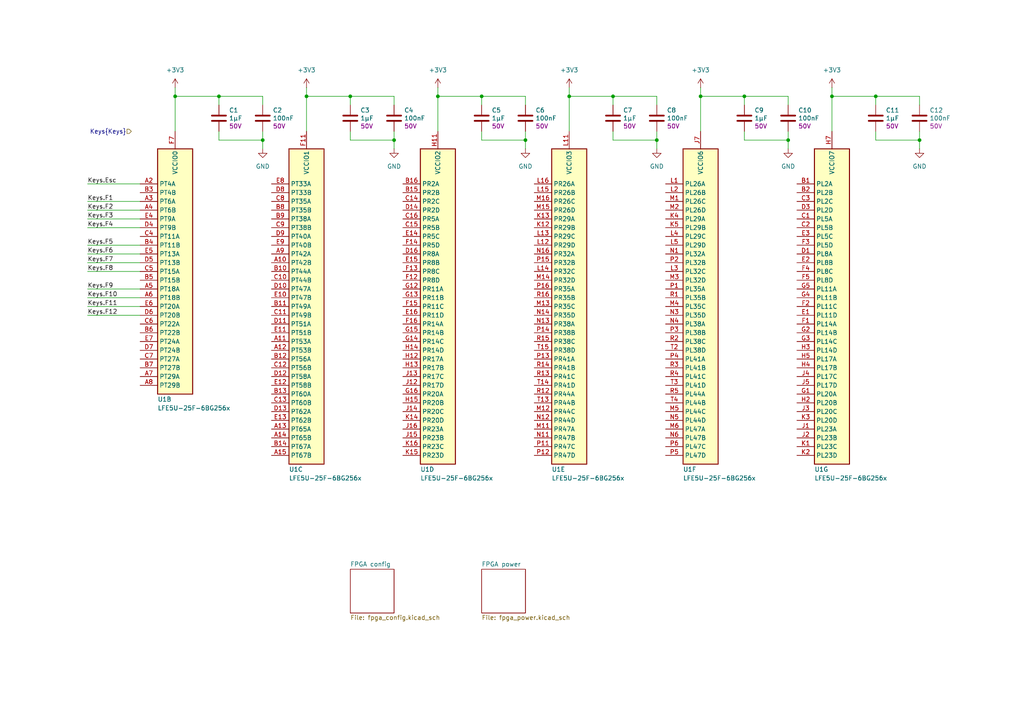
<source format=kicad_sch>
(kicad_sch (version 20250114) (generator "eeschema") (generator_version "9.0")
  (paper "A4")
  (lib_symbols
    (symbol "Device:C" (pin_numbers (hide yes)) (pin_names (offset 0.254))
      (property "Reference" "C" (at 0.635 2.54 0))
      (property "Value" "C" (at 0.635 -2.54 0))
      (symbol "C_0_1"
        (polyline (pts (xy -2.032 0.762) (xy 2.032 0.762)) (stroke (width 0.508)))
        (polyline (pts (xy -2.032 -0.762) (xy 2.032 -0.762)) (stroke (width 0.508)))
      )
      (symbol "C_1_1"
        (pin passive line (at 0 3.81 270) (length 2.794) (name "~") (number "1"))
        (pin passive line (at 0 -3.81 90) (length 2.794) (name "~") (number "2"))
      )
    )
    (symbol "clavier:LFE5U-25F-6BG256x"
      (property "Reference" "U" (at 24.13 0 0))
      (property "Value" "LFE5U-25F-6BG256x" (at 24.13 -2.54 0))
      (symbol "LFE5U-25F-6BG256x_1_1"
        (rectangle (start -25.4 10.16) (end 25.4 -10.16) (stroke (width 0.3048)) (fill (type background)))
        (pin passive line (at 0 15.24 270) (length 5.08) (hide yes) (name "VCC") (number "G6"))
        (pin passive line (at 0 15.24 270) (length 5.08) (hide yes) (name "VCC") (number "G7"))
        (pin passive line (at 0 15.24 270) (length 5.08) (hide yes) (name "VCC") (number "G9"))
        (pin power_in line (at 0 15.24 270) (length 5.08) (name "VCC") (number "L10"))
        (pin passive line (at 0 15.24 270) (length 5.08) (hide yes) (name "VCC") (number "L8"))
        (pin passive line (at 0 15.24 270) (length 5.08) (hide yes) (name "VCC") (number "L9"))
        (pin passive line (at 0 -15.24 90) (length 5.08) (hide yes) (name "GND") (number "A1"))
        (pin passive line (at 0 -15.24 90) (length 5.08) (hide yes) (name "GND") (number "A16"))
        (pin passive line (at 0 -15.24 90) (length 5.08) (hide yes) (name "GND") (number "D15"))
        (pin power_in line (at 0 -15.24 90) (length 5.08) (name "GND") (number "D2"))
        (pin passive line (at 0 -15.24 90) (length 5.08) (hide yes) (name "GND") (number "F8"))
        (pin passive line (at 0 -15.24 90) (length 5.08) (hide yes) (name "GND") (number "F9"))
        (pin passive line (at 0 -15.24 90) (length 5.08) (hide yes) (name "GND") (number "G10"))
        (pin passive line (at 0 -15.24 90) (length 5.08) (hide yes) (name "GND") (number "G8"))
        (pin passive line (at 0 -15.24 90) (length 5.08) (hide yes) (name "GND") (number "H1"))
        (pin passive line (at 0 -15.24 90) (length 5.08) (hide yes) (name "GND") (number "H10"))
        (pin passive line (at 0 -15.24 90) (length 5.08) (hide yes) (name "GND") (number "H16"))
        (pin passive line (at 0 -15.24 90) (length 5.08) (hide yes) (name "GND") (number "H8"))
        (pin passive line (at 0 -15.24 90) (length 5.08) (hide yes) (name "GND") (number "H9"))
        (pin passive line (at 0 -15.24 90) (length 5.08) (hide yes) (name "GND") (number "J10"))
        (pin passive line (at 0 -15.24 90) (length 5.08) (hide yes) (name "GND") (number "J8"))
        (pin passive line (at 0 -15.24 90) (length 5.08) (hide yes) (name "GND") (number "J9"))
        (pin passive line (at 0 -15.24 90) (length 5.08) (hide yes) (name "GND") (number "K10"))
        (pin passive line (at 0 -15.24 90) (length 5.08) (hide yes) (name "GND") (number "K6"))
        (pin passive line (at 0 -15.24 90) (length 5.08) (hide yes) (name "GND") (number "K7"))
        (pin passive line (at 0 -15.24 90) (length 5.08) (hide yes) (name "GND") (number "K8"))
        (pin passive line (at 0 -15.24 90) (length 5.08) (hide yes) (name "GND") (number "K9"))
        (pin passive line (at 0 -15.24 90) (length 5.08) (hide yes) (name "GND") (number "N15"))
        (pin passive line (at 0 -15.24 90) (length 5.08) (hide yes) (name "GND") (number "N2"))
        (pin passive line (at 0 -15.24 90) (length 5.08) (hide yes) (name "GND") (number "T1"))
        (pin passive line (at 0 -15.24 90) (length 5.08) (hide yes) (name "GND") (number "T12"))
        (pin passive line (at 0 -15.24 90) (length 5.08) (hide yes) (name "GND") (number "T16"))
        (pin passive line (at 0 -15.24 90) (length 5.08) (hide yes) (name "GND") (number "T5"))
        (pin passive line (at 12.7 15.24 270) (length 5.08) (hide yes) (name "VCCAUX") (number "G11"))
        (pin power_in line (at 12.7 15.24 270) (length 5.08) (name "VCCAUX") (number "L7"))
      )
      (symbol "LFE5U-25F-6BG256x_2_1"
        (rectangle (start -5.08 35.56) (end 5.08 -35.56) (stroke (width 0.3048)) (fill (type background)))
        (pin bidirectional line (at -10.16 25.4 0) (length 5.08) (name "PT4A") (number "A2"))
        (pin bidirectional line (at -10.16 22.86 0) (length 5.08) (name "PT4B") (number "B3"))
        (pin bidirectional line (at -10.16 20.32 0) (length 5.08) (name "PT6A") (number "A3"))
        (pin bidirectional line (at -10.16 17.78 0) (length 5.08) (name "PT6B") (number "A4"))
        (pin bidirectional line (at -10.16 15.24 0) (length 5.08) (name "PT9A") (number "E4"))
        (pin bidirectional line (at -10.16 12.7 0) (length 5.08) (name "PT9B") (number "D4"))
        (pin bidirectional line (at -10.16 10.16 0) (length 5.08) (name "PT11A") (number "C4"))
        (pin bidirectional line (at -10.16 7.62 0) (length 5.08) (name "PT11B") (number "B4"))
        (pin bidirectional line (at -10.16 5.08 0) (length 5.08) (name "PT13A") (number "E5"))
        (pin bidirectional line (at -10.16 2.54 0) (length 5.08) (name "PT13B") (number "D5"))
        (pin bidirectional line (at -10.16 0 0) (length 5.08) (name "PT15A") (number "C5"))
        (pin bidirectional line (at -10.16 -2.54 0) (length 5.08) (name "PT15B") (number "B5"))
        (pin bidirectional line (at -10.16 -5.08 0) (length 5.08) (name "PT18A") (number "A5"))
        (pin bidirectional line (at -10.16 -7.62 0) (length 5.08) (name "PT18B") (number "A6"))
        (pin bidirectional line (at -10.16 -10.16 0) (length 5.08) (name "PT20A") (number "E6"))
        (pin bidirectional line (at -10.16 -12.7 0) (length 5.08) (name "PT20B") (number "D6"))
        (pin bidirectional line (at -10.16 -15.24 0) (length 5.08) (name "PT22A") (number "C6"))
        (pin bidirectional line (at -10.16 -17.78 0) (length 5.08) (name "PT22B") (number "B6"))
        (pin bidirectional line (at -10.16 -20.32 0) (length 5.08) (name "PT24A") (number "E7"))
        (pin bidirectional line (at -10.16 -22.86 0) (length 5.08) (name "PT24B") (number "D7"))
        (pin bidirectional line (at -10.16 -25.4 0) (length 5.08) (name "PT27A") (number "C7"))
        (pin bidirectional line (at -10.16 -27.94 0) (length 5.08) (name "PT27B") (number "B7"))
        (pin bidirectional line (at -10.16 -30.48 0) (length 5.08) (name "PT29A") (number "A7"))
        (pin bidirectional line (at -10.16 -33.02 0) (length 5.08) (name "PT29B") (number "A8"))
        (pin passive line (at 0 40.64 270) (length 5.08) (hide yes) (name "VCCIO0") (number "F6"))
        (pin power_in line (at 0 40.64 270) (length 5.08) (name "VCCIO0") (number "F7"))
      )
      (symbol "LFE5U-25F-6BG256x_3_1"
        (rectangle (start -5.08 45.72) (end 5.08 -45.72) (stroke (width 0.3048)) (fill (type background)))
        (pin bidirectional line (at -10.16 35.56 0) (length 5.08) (name "PT33A") (number "E8"))
        (pin bidirectional line (at -10.16 33.02 0) (length 5.08) (name "PT33B") (number "D8"))
        (pin bidirectional line (at -10.16 30.48 0) (length 5.08) (name "PT35A") (number "C8"))
        (pin bidirectional line (at -10.16 27.94 0) (length 5.08) (name "PT35B") (number "B8"))
        (pin bidirectional line (at -10.16 25.4 0) (length 5.08) (name "PT38A") (number "B9"))
        (pin bidirectional line (at -10.16 22.86 0) (length 5.08) (name "PT38B") (number "C9"))
        (pin bidirectional line (at -10.16 20.32 0) (length 5.08) (name "PT40A") (number "D9"))
        (pin bidirectional line (at -10.16 17.78 0) (length 5.08) (name "PT40B") (number "E9"))
        (pin bidirectional line (at -10.16 15.24 0) (length 5.08) (name "PT42A") (number "A9"))
        (pin bidirectional line (at -10.16 12.7 0) (length 5.08) (name "PT42B") (number "A10"))
        (pin bidirectional line (at -10.16 10.16 0) (length 5.08) (name "PT44A") (number "B10"))
        (pin bidirectional line (at -10.16 7.62 0) (length 5.08) (name "PT44B") (number "C10"))
        (pin bidirectional line (at -10.16 5.08 0) (length 5.08) (name "PT47A") (number "D10"))
        (pin bidirectional line (at -10.16 2.54 0) (length 5.08) (name "PT47B") (number "E10"))
        (pin bidirectional line (at -10.16 0 0) (length 5.08) (name "PT49A") (number "B11"))
        (pin bidirectional line (at -10.16 -2.54 0) (length 5.08) (name "PT49B") (number "C11"))
        (pin bidirectional line (at -10.16 -5.08 0) (length 5.08) (name "PT51A") (number "D11"))
        (pin bidirectional line (at -10.16 -7.62 0) (length 5.08) (name "PT51B") (number "E11"))
        (pin bidirectional line (at -10.16 -10.16 0) (length 5.08) (name "PT53A") (number "A11"))
        (pin bidirectional line (at -10.16 -12.7 0) (length 5.08) (name "PT53B") (number "A12"))
        (pin bidirectional line (at -10.16 -15.24 0) (length 5.08) (name "PT56A") (number "B12"))
        (pin bidirectional line (at -10.16 -17.78 0) (length 5.08) (name "PT56B") (number "C12"))
        (pin bidirectional line (at -10.16 -20.32 0) (length 5.08) (name "PT58A") (number "D12"))
        (pin bidirectional line (at -10.16 -22.86 0) (length 5.08) (name "PT58B") (number "E12"))
        (pin bidirectional line (at -10.16 -25.4 0) (length 5.08) (name "PT60A") (number "B13"))
        (pin bidirectional line (at -10.16 -27.94 0) (length 5.08) (name "PT60B") (number "C13"))
        (pin bidirectional line (at -10.16 -30.48 0) (length 5.08) (name "PT62A") (number "D13"))
        (pin bidirectional line (at -10.16 -33.02 0) (length 5.08) (name "PT62B") (number "E13"))
        (pin bidirectional line (at -10.16 -35.56 0) (length 5.08) (name "PT65A") (number "A13"))
        (pin bidirectional line (at -10.16 -38.1 0) (length 5.08) (name "PT65B") (number "A14"))
        (pin bidirectional line (at -10.16 -40.64 0) (length 5.08) (name "PT67A") (number "B14"))
        (pin bidirectional line (at -10.16 -43.18 0) (length 5.08) (name "PT67B") (number "A15"))
        (pin passive line (at 0 50.8 270) (length 5.08) (hide yes) (name "VCCIO1") (number "F10"))
        (pin power_in line (at 0 50.8 270) (length 5.08) (name "VCCIO1") (number "F11"))
      )
      (symbol "LFE5U-25F-6BG256x_4_1"
        (rectangle (start -5.08 45.72) (end 5.08 -45.72) (stroke (width 0.3048)) (fill (type background)))
        (pin bidirectional line (at -10.16 35.56 0) (length 5.08) (name "PR2A") (number "B16"))
        (pin bidirectional line (at -10.16 33.02 0) (length 5.08) (name "PR2B") (number "B15"))
        (pin bidirectional line (at -10.16 30.48 0) (length 5.08) (name "PR2C") (number "C14"))
        (pin bidirectional line (at -10.16 27.94 0) (length 5.08) (name "PR2D") (number "D14"))
        (pin bidirectional line (at -10.16 25.4 0) (length 5.08) (name "PR5A") (number "C16"))
        (pin bidirectional line (at -10.16 22.86 0) (length 5.08) (name "PR5B") (number "C15"))
        (pin bidirectional line (at -10.16 20.32 0) (length 5.08) (name "PR5C") (number "E14"))
        (pin bidirectional line (at -10.16 17.78 0) (length 5.08) (name "PR5D") (number "F14"))
        (pin bidirectional line (at -10.16 15.24 0) (length 5.08) (name "PR8A") (number "D16"))
        (pin bidirectional line (at -10.16 12.7 0) (length 5.08) (name "PR8B") (number "E15"))
        (pin bidirectional line (at -10.16 10.16 0) (length 5.08) (name "PR8C") (number "F13"))
        (pin bidirectional line (at -10.16 7.62 0) (length 5.08) (name "PR8D") (number "F12"))
        (pin bidirectional line (at -10.16 5.08 0) (length 5.08) (name "PR11A") (number "G12"))
        (pin bidirectional line (at -10.16 2.54 0) (length 5.08) (name "PR11B") (number "G13"))
        (pin bidirectional line (at -10.16 0 0) (length 5.08) (name "PR11C") (number "F15"))
        (pin bidirectional line (at -10.16 -2.54 0) (length 5.08) (name "PR11D") (number "E16"))
        (pin bidirectional line (at -10.16 -5.08 0) (length 5.08) (name "PR14A") (number "F16"))
        (pin bidirectional line (at -10.16 -7.62 0) (length 5.08) (name "PR14B") (number "G15"))
        (pin bidirectional line (at -10.16 -10.16 0) (length 5.08) (name "PR14C") (number "G14"))
        (pin bidirectional line (at -10.16 -12.7 0) (length 5.08) (name "PR14D") (number "H14"))
        (pin bidirectional line (at -10.16 -15.24 0) (length 5.08) (name "PR17A") (number "H12"))
        (pin bidirectional line (at -10.16 -17.78 0) (length 5.08) (name "PR17B") (number "H13"))
        (pin bidirectional line (at -10.16 -20.32 0) (length 5.08) (name "PR17C") (number "J13"))
        (pin bidirectional line (at -10.16 -22.86 0) (length 5.08) (name "PR17D") (number "J12"))
        (pin bidirectional line (at -10.16 -25.4 0) (length 5.08) (name "PR20A") (number "G16"))
        (pin bidirectional line (at -10.16 -27.94 0) (length 5.08) (name "PR20B") (number "H15"))
        (pin bidirectional line (at -10.16 -30.48 0) (length 5.08) (name "PR20C") (number "J14"))
        (pin bidirectional line (at -10.16 -33.02 0) (length 5.08) (name "PR20D") (number "K14"))
        (pin bidirectional line (at -10.16 -35.56 0) (length 5.08) (name "PR23A") (number "J16"))
        (pin bidirectional line (at -10.16 -38.1 0) (length 5.08) (name "PR23B") (number "J15"))
        (pin bidirectional line (at -10.16 -40.64 0) (length 5.08) (name "PR23C") (number "K16"))
        (pin bidirectional line (at -10.16 -43.18 0) (length 5.08) (name "PR23D") (number "K15"))
        (pin power_in line (at 0 50.8 270) (length 5.08) (name "VCCIO2") (number "H11"))
        (pin passive line (at 0 50.8 270) (length 5.08) (hide yes) (name "VCCIO2") (number "J11"))
      )
      (symbol "LFE5U-25F-6BG256x_5_1"
        (rectangle (start -5.08 45.72) (end 5.08 -45.72) (stroke (width 0.3048)) (fill (type background)))
        (pin bidirectional line (at -10.16 35.56 0) (length 5.08) (name "PR26A") (number "L16"))
        (pin bidirectional line (at -10.16 33.02 0) (length 5.08) (name "PR26B") (number "L15"))
        (pin bidirectional line (at -10.16 30.48 0) (length 5.08) (name "PR26C") (number "M16"))
        (pin bidirectional line (at -10.16 27.94 0) (length 5.08) (name "PR26D") (number "M15"))
        (pin bidirectional line (at -10.16 25.4 0) (length 5.08) (name "PR29A") (number "K13"))
        (pin bidirectional line (at -10.16 22.86 0) (length 5.08) (name "PR29B") (number "K12"))
        (pin bidirectional line (at -10.16 20.32 0) (length 5.08) (name "PR29C") (number "L13"))
        (pin bidirectional line (at -10.16 17.78 0) (length 5.08) (name "PR29D") (number "L12"))
        (pin bidirectional line (at -10.16 15.24 0) (length 5.08) (name "PR32A") (number "N16"))
        (pin bidirectional line (at -10.16 12.7 0) (length 5.08) (name "PR32B") (number "P15"))
        (pin bidirectional line (at -10.16 10.16 0) (length 5.08) (name "PR32C") (number "L14"))
        (pin bidirectional line (at -10.16 7.62 0) (length 5.08) (name "PR32D") (number "M14"))
        (pin bidirectional line (at -10.16 5.08 0) (length 5.08) (name "PR35A") (number "P16"))
        (pin bidirectional line (at -10.16 2.54 0) (length 5.08) (name "PR35B") (number "R16"))
        (pin bidirectional line (at -10.16 0 0) (length 5.08) (name "PR35C") (number "M13"))
        (pin bidirectional line (at -10.16 -2.54 0) (length 5.08) (name "PR35D") (number "N14"))
        (pin bidirectional line (at -10.16 -5.08 0) (length 5.08) (name "PR38A") (number "N13"))
        (pin bidirectional line (at -10.16 -7.62 0) (length 5.08) (name "PR38B") (number "P14"))
        (pin bidirectional line (at -10.16 -10.16 0) (length 5.08) (name "PR38C") (number "R15"))
        (pin bidirectional line (at -10.16 -12.7 0) (length 5.08) (name "PR38D") (number "T15"))
        (pin bidirectional line (at -10.16 -15.24 0) (length 5.08) (name "PR41A") (number "P13"))
        (pin bidirectional line (at -10.16 -17.78 0) (length 5.08) (name "PR41B") (number "R14"))
        (pin bidirectional line (at -10.16 -20.32 0) (length 5.08) (name "PR41C") (number "R13"))
        (pin bidirectional line (at -10.16 -22.86 0) (length 5.08) (name "PR41D") (number "T14"))
        (pin bidirectional line (at -10.16 -25.4 0) (length 5.08) (name "PR44A") (number "R12"))
        (pin bidirectional line (at -10.16 -27.94 0) (length 5.08) (name "PR44B") (number "T13"))
        (pin bidirectional line (at -10.16 -30.48 0) (length 5.08) (name "PR44C") (number "M12"))
        (pin bidirectional line (at -10.16 -33.02 0) (length 5.08) (name "PR44D") (number "N12"))
        (pin bidirectional line (at -10.16 -35.56 0) (length 5.08) (name "PR47A") (number "M11"))
        (pin bidirectional line (at -10.16 -38.1 0) (length 5.08) (name "PR47B") (number "N11"))
        (pin bidirectional line (at -10.16 -40.64 0) (length 5.08) (name "PR47C") (number "P11"))
        (pin bidirectional line (at -10.16 -43.18 0) (length 5.08) (name "PR47D") (number "P12"))
        (pin passive line (at 0 50.8 270) (length 5.08) (hide yes) (name "VCCIO3") (number "K11"))
        (pin power_in line (at 0 50.8 270) (length 5.08) (name "VCCIO3") (number "L11"))
      )
      (symbol "LFE5U-25F-6BG256x_6_1"
        (rectangle (start -5.08 45.72) (end 5.08 -45.72) (stroke (width 0.3048)) (fill (type background)))
        (pin bidirectional line (at -10.16 35.56 0) (length 5.08) (name "PL26A") (number "L1"))
        (pin bidirectional line (at -10.16 33.02 0) (length 5.08) (name "PL26B") (number "L2"))
        (pin bidirectional line (at -10.16 30.48 0) (length 5.08) (name "PL26C") (number "M1"))
        (pin bidirectional line (at -10.16 27.94 0) (length 5.08) (name "PL26D") (number "M2"))
        (pin bidirectional line (at -10.16 25.4 0) (length 5.08) (name "PL29A") (number "K4"))
        (pin bidirectional line (at -10.16 22.86 0) (length 5.08) (name "PL29B") (number "K5"))
        (pin bidirectional line (at -10.16 20.32 0) (length 5.08) (name "PL29C") (number "L4"))
        (pin bidirectional line (at -10.16 17.78 0) (length 5.08) (name "PL29D") (number "L5"))
        (pin bidirectional line (at -10.16 15.24 0) (length 5.08) (name "PL32A") (number "N1"))
        (pin bidirectional line (at -10.16 12.7 0) (length 5.08) (name "PL32B") (number "P2"))
        (pin bidirectional line (at -10.16 10.16 0) (length 5.08) (name "PL32C") (number "L3"))
        (pin bidirectional line (at -10.16 7.62 0) (length 5.08) (name "PL32D") (number "M3"))
        (pin bidirectional line (at -10.16 5.08 0) (length 5.08) (name "PL35A") (number "P1"))
        (pin bidirectional line (at -10.16 2.54 0) (length 5.08) (name "PL35B") (number "R1"))
        (pin bidirectional line (at -10.16 0 0) (length 5.08) (name "PL35C") (number "M4"))
        (pin bidirectional line (at -10.16 -2.54 0) (length 5.08) (name "PL35D") (number "N3"))
        (pin bidirectional line (at -10.16 -5.08 0) (length 5.08) (name "PL38A") (number "N4"))
        (pin bidirectional line (at -10.16 -7.62 0) (length 5.08) (name "PL38B") (number "P3"))
        (pin bidirectional line (at -10.16 -10.16 0) (length 5.08) (name "PL38C") (number "R2"))
        (pin bidirectional line (at -10.16 -12.7 0) (length 5.08) (name "PL38D") (number "T2"))
        (pin bidirectional line (at -10.16 -15.24 0) (length 5.08) (name "PL41A") (number "P4"))
        (pin bidirectional line (at -10.16 -17.78 0) (length 5.08) (name "PL41B") (number "R3"))
        (pin bidirectional line (at -10.16 -20.32 0) (length 5.08) (name "PL41C") (number "R4"))
        (pin bidirectional line (at -10.16 -22.86 0) (length 5.08) (name "PL41D") (number "T3"))
        (pin bidirectional line (at -10.16 -25.4 0) (length 5.08) (name "PL44A") (number "R5"))
        (pin bidirectional line (at -10.16 -27.94 0) (length 5.08) (name "PL44B") (number "T4"))
        (pin bidirectional line (at -10.16 -30.48 0) (length 5.08) (name "PL44C") (number "M5"))
        (pin bidirectional line (at -10.16 -33.02 0) (length 5.08) (name "PL44D") (number "N5"))
        (pin bidirectional line (at -10.16 -35.56 0) (length 5.08) (name "PL47A") (number "M6"))
        (pin bidirectional line (at -10.16 -38.1 0) (length 5.08) (name "PL47B") (number "N6"))
        (pin bidirectional line (at -10.16 -40.64 0) (length 5.08) (name "PL47C") (number "P6"))
        (pin bidirectional line (at -10.16 -43.18 0) (length 5.08) (name "PL47D") (number "P5"))
        (pin passive line (at 0 50.8 270) (length 5.08) (hide yes) (name "VCCIO6") (number "J6"))
        (pin power_in line (at 0 50.8 270) (length 5.08) (name "VCCIO6") (number "J7"))
      )
      (symbol "LFE5U-25F-6BG256x_7_1"
        (rectangle (start -5.08 45.72) (end 5.08 -45.72) (stroke (width 0.3048)) (fill (type background)))
        (pin bidirectional line (at -10.16 35.56 0) (length 5.08) (name "PL2A") (number "B1"))
        (pin bidirectional line (at -10.16 33.02 0) (length 5.08) (name "PL2B") (number "B2"))
        (pin bidirectional line (at -10.16 30.48 0) (length 5.08) (name "PL2C") (number "C3"))
        (pin bidirectional line (at -10.16 27.94 0) (length 5.08) (name "PL2D") (number "D3"))
        (pin bidirectional line (at -10.16 25.4 0) (length 5.08) (name "PL5A") (number "C1"))
        (pin bidirectional line (at -10.16 22.86 0) (length 5.08) (name "PL5B") (number "C2"))
        (pin bidirectional line (at -10.16 20.32 0) (length 5.08) (name "PL5C") (number "E3"))
        (pin bidirectional line (at -10.16 17.78 0) (length 5.08) (name "PL5D") (number "F3"))
        (pin bidirectional line (at -10.16 15.24 0) (length 5.08) (name "PL8A") (number "D1"))
        (pin bidirectional line (at -10.16 12.7 0) (length 5.08) (name "PL8B") (number "E2"))
        (pin bidirectional line (at -10.16 10.16 0) (length 5.08) (name "PL8C") (number "F4"))
        (pin bidirectional line (at -10.16 7.62 0) (length 5.08) (name "PL8D") (number "F5"))
        (pin bidirectional line (at -10.16 5.08 0) (length 5.08) (name "PL11A") (number "G5"))
        (pin bidirectional line (at -10.16 2.54 0) (length 5.08) (name "PL11B") (number "G4"))
        (pin bidirectional line (at -10.16 0 0) (length 5.08) (name "PL11C") (number "F2"))
        (pin bidirectional line (at -10.16 -2.54 0) (length 5.08) (name "PL11D") (number "E1"))
        (pin bidirectional line (at -10.16 -5.08 0) (length 5.08) (name "PL14A") (number "F1"))
        (pin bidirectional line (at -10.16 -7.62 0) (length 5.08) (name "PL14B") (number "G2"))
        (pin bidirectional line (at -10.16 -10.16 0) (length 5.08) (name "PL14C") (number "G3"))
        (pin bidirectional line (at -10.16 -12.7 0) (length 5.08) (name "PL14D") (number "H3"))
        (pin bidirectional line (at -10.16 -15.24 0) (length 5.08) (name "PL17A") (number "H5"))
        (pin bidirectional line (at -10.16 -17.78 0) (length 5.08) (name "PL17B") (number "H4"))
        (pin bidirectional line (at -10.16 -20.32 0) (length 5.08) (name "PL17C") (number "J4"))
        (pin bidirectional line (at -10.16 -22.86 0) (length 5.08) (name "PL17D") (number "J5"))
        (pin bidirectional line (at -10.16 -25.4 0) (length 5.08) (name "PL20A") (number "G1"))
        (pin bidirectional line (at -10.16 -27.94 0) (length 5.08) (name "PL20B") (number "H2"))
        (pin bidirectional line (at -10.16 -30.48 0) (length 5.08) (name "PL20C") (number "J3"))
        (pin bidirectional line (at -10.16 -33.02 0) (length 5.08) (name "PL20D") (number "K3"))
        (pin bidirectional line (at -10.16 -35.56 0) (length 5.08) (name "PL23A") (number "J1"))
        (pin bidirectional line (at -10.16 -38.1 0) (length 5.08) (name "PL23B") (number "J2"))
        (pin bidirectional line (at -10.16 -40.64 0) (length 5.08) (name "PL23C") (number "K1"))
        (pin bidirectional line (at -10.16 -43.18 0) (length 5.08) (name "PL23D") (number "K2"))
        (pin passive line (at 0 50.8 270) (length 5.08) (hide yes) (name "VCCIO7") (number "H6"))
        (pin power_in line (at 0 50.8 270) (length 5.08) (name "VCCIO7") (number "H7"))
      )
      (symbol "LFE5U-25F-6BG256x_8_1"
        (rectangle (start -5.08 21.59) (end 5.08 -21.59) (stroke (width 0.3048)) (fill (type background)))
        (pin bidirectional line (at -10.16 11.43 0) (length 5.08) (name "PB4A") (number "T6"))
        (pin bidirectional line (at -10.16 8.89 0) (length 5.08) (name "PB4B") (number "R6"))
        (pin bidirectional line (at -10.16 6.35 0) (length 5.08) (name "PB6A") (number "R7"))
        (pin bidirectional line (at -10.16 3.81 0) (length 5.08) (name "PB6B") (number "P7"))
        (pin bidirectional line (at -10.16 1.27 0) (length 5.08) (name "PB9A") (number "N7"))
        (pin bidirectional line (at -10.16 -1.27 0) (length 5.08) (name "PB9B") (number "M7"))
        (pin bidirectional line (at -10.16 -3.81 0) (length 5.08) (name "PB11A") (number "T7"))
        (pin bidirectional line (at -10.16 -6.35 0) (length 5.08) (name "PB11B") (number "T8"))
        (pin bidirectional line (at -10.16 -8.89 0) (length 5.08) (name "PB13A") (number "R8"))
        (pin bidirectional line (at -10.16 -11.43 0) (length 5.08) (name "PB13B") (number "P8"))
        (pin bidirectional line (at -10.16 -13.97 0) (length 5.08) (name "PB15A") (number "N8"))
        (pin bidirectional line (at -10.16 -16.51 0) (length 5.08) (name "PB15B") (number "M8"))
        (pin bidirectional line (at -10.16 -19.05 0) (length 5.08) (name "PB18A") (number "M9"))
        (pin power_in line (at 0 26.67 270) (length 5.08) (name "VCCIO8") (number "L6"))
      )
      (symbol "LFE5U-25F-6BG256x_9_1"
        (rectangle (start -10.16 12.7) (end 10.16 -12.7) (stroke (width 0.3048)) (fill (type background)))
        (pin bidirectional line (at -15.24 10.16 0) (length 5.08) (name "CCLK") (number "N9"))
        (pin input line (at -15.24 5.08 0) (length 5.08) (name "~{PROGRAM}") (number "R9"))
        (pin open_collector line (at -15.24 2.54 0) (length 5.08) (name "~{INIT}") (number "T9"))
        (pin open_collector line (at -15.24 0 0) (length 5.08) (name "DONE") (number "P9"))
        (pin input line (at -15.24 -5.08 0) (length 5.08) (name "CFG_0") (number "N10"))
        (pin input line (at -15.24 -7.62 0) (length 5.08) (name "CFG_1") (number "P10"))
        (pin input line (at -15.24 -10.16 0) (length 5.08) (name "CFG_2") (number "R10"))
        (pin output line (at 15.24 10.16 180) (length 5.08) (name "TDO") (number "M10"))
        (pin input line (at 15.24 7.62 180) (length 5.08) (name "TCK") (number "T10"))
        (pin input line (at 15.24 5.08 180) (length 5.08) (name "TDI") (number "R11"))
        (pin input line (at 15.24 2.54 180) (length 5.08) (name "TMS") (number "T11"))
      )
    )
    (symbol "power:+3V3" (power) (pin_numbers (hide yes)) (pin_names (offset 0) (hide yes))
      (property "Value" "+3V3" (at 0 3.556 0))
      (symbol "+3V3_0_1"
        (polyline (pts (xy -0.762 1.27) (xy 0 2.54)))
        (polyline (pts (xy 0 2.54) (xy 0.762 1.27)))
        (polyline (pts (xy 0 0) (xy 0 2.54)))
      )
      (symbol "+3V3_1_1"
        (pin power_in line (at 0 0 90) (length 0) (name "~") (number "1"))
      )
    )
    (symbol "power:GND" (power) (pin_numbers (hide yes)) (pin_names (offset 0) (hide yes))
      (property "Value" "GND" (at 0 -3.81 0))
      (symbol "GND_0_1"
        (polyline (pts (xy 0 0) (xy 0 -1.27) (xy 1.27 -1.27) (xy 0 -2.54) (xy -1.27 -1.27) (xy 0 -1.27)))
      )
      (symbol "GND_1_1"
        (pin power_in line (at 0 0 270) (length 0) (name "~") (number "1"))
      )
    )
  )
  (junction (at 101.6 27.94))
  (junction (at 215.9 27.94))
  (junction (at 203.2 27.94))
  (junction (at 165.1 27.94))
  (junction (at 50.8 27.94))
  (junction (at 76.2 40.64))
  (junction (at 190.5 40.64))
  (junction (at 63.5 27.94))
  (junction (at 152.4 40.64))
  (junction (at 254 27.94))
  (junction (at 177.8 27.94))
  (junction (at 88.9 27.94))
  (junction (at 241.3 27.94))
  (junction (at 228.6 40.64))
  (junction (at 139.7 27.94))
  (junction (at 114.3 40.64))
  (junction (at 127 27.94))
  (junction (at 266.7 40.64))
  (wire (pts (xy 25.4 53.34) (xy 40.64 53.34)))
  (wire (pts (xy 63.5 30.48) (xy 63.5 27.94)))
  (wire (pts (xy 177.8 27.94) (xy 165.1 27.94)))
  (wire (pts (xy 152.4 27.94) (xy 139.7 27.94)))
  (wire (pts (xy 254 30.48) (xy 254 27.94)))
  (wire (pts (xy 228.6 40.64) (xy 228.6 43.18)))
  (wire (pts (xy 215.9 38.1) (xy 215.9 40.64)))
  (wire (pts (xy 266.7 30.48) (xy 266.7 27.94)))
  (wire (pts (xy 139.7 30.48) (xy 139.7 27.94)))
  (wire (pts (xy 114.3 40.64) (xy 114.3 43.18)))
  (wire (pts (xy 25.4 66.04) (xy 40.64 66.04)))
  (wire (pts (xy 190.5 27.94) (xy 177.8 27.94)))
  (wire (pts (xy 215.9 27.94) (xy 203.2 27.94)))
  (wire (pts (xy 25.4 76.2) (xy 40.64 76.2)))
  (wire (pts (xy 190.5 40.64) (xy 190.5 38.1)))
  (wire (pts (xy 63.5 40.64) (xy 76.2 40.64)))
  (wire (pts (xy 101.6 30.48) (xy 101.6 27.94)))
  (wire (pts (xy 241.3 25.4) (xy 241.3 27.94)))
  (wire (pts (xy 114.3 30.48) (xy 114.3 27.94)))
  (wire (pts (xy 25.4 71.12) (xy 40.64 71.12)))
  (wire (pts (xy 266.7 27.94) (xy 254 27.94)))
  (wire (pts (xy 177.8 30.48) (xy 177.8 27.94)))
  (wire (pts (xy 76.2 40.64) (xy 76.2 38.1)))
  (wire (pts (xy 203.2 25.4) (xy 203.2 27.94)))
  (wire (pts (xy 228.6 40.64) (xy 228.6 38.1)))
  (wire (pts (xy 254 27.94) (xy 241.3 27.94)))
  (wire (pts (xy 127 27.94) (xy 127 38.1)))
  (wire (pts (xy 127 25.4) (xy 127 27.94)))
  (wire (pts (xy 114.3 40.64) (xy 114.3 38.1)))
  (wire (pts (xy 152.4 40.64) (xy 152.4 38.1)))
  (wire (pts (xy 25.4 91.44) (xy 40.64 91.44)))
  (wire (pts (xy 63.5 38.1) (xy 63.5 40.64)))
  (wire (pts (xy 25.4 73.66) (xy 40.64 73.66)))
  (wire (pts (xy 190.5 40.64) (xy 190.5 43.18)))
  (wire (pts (xy 215.9 30.48) (xy 215.9 27.94)))
  (wire (pts (xy 63.5 27.94) (xy 50.8 27.94)))
  (wire (pts (xy 190.5 30.48) (xy 190.5 27.94)))
  (wire (pts (xy 50.8 25.4) (xy 50.8 27.94)))
  (wire (pts (xy 25.4 60.96) (xy 40.64 60.96)))
  (wire (pts (xy 25.4 63.5) (xy 40.64 63.5)))
  (wire (pts (xy 165.1 25.4) (xy 165.1 27.94)))
  (wire (pts (xy 228.6 30.48) (xy 228.6 27.94)))
  (wire (pts (xy 203.2 27.94) (xy 203.2 38.1)))
  (wire (pts (xy 25.4 88.9) (xy 40.64 88.9)))
  (wire (pts (xy 88.9 27.94) (xy 88.9 38.1)))
  (wire (pts (xy 88.9 25.4) (xy 88.9 27.94)))
  (wire (pts (xy 228.6 27.94) (xy 215.9 27.94)))
  (wire (pts (xy 254 38.1) (xy 254 40.64)))
  (wire (pts (xy 25.4 86.36) (xy 40.64 86.36)))
  (wire (pts (xy 114.3 27.94) (xy 101.6 27.94)))
  (wire (pts (xy 152.4 40.64) (xy 152.4 43.18)))
  (wire (pts (xy 25.4 58.42) (xy 40.64 58.42)))
  (wire (pts (xy 266.7 40.64) (xy 266.7 38.1)))
  (wire (pts (xy 241.3 27.94) (xy 241.3 38.1)))
  (wire (pts (xy 50.8 27.94) (xy 50.8 38.1)))
  (wire (pts (xy 76.2 27.94) (xy 63.5 27.94)))
  (wire (pts (xy 152.4 30.48) (xy 152.4 27.94)))
  (wire (pts (xy 101.6 38.1) (xy 101.6 40.64)))
  (wire (pts (xy 254 40.64) (xy 266.7 40.64)))
  (wire (pts (xy 101.6 27.94) (xy 88.9 27.94)))
  (wire (pts (xy 177.8 38.1) (xy 177.8 40.64)))
  (wire (pts (xy 177.8 40.64) (xy 190.5 40.64)))
  (wire (pts (xy 165.1 27.94) (xy 165.1 38.1)))
  (wire (pts (xy 139.7 40.64) (xy 152.4 40.64)))
  (wire (pts (xy 25.4 78.74) (xy 40.64 78.74)))
  (wire (pts (xy 215.9 40.64) (xy 228.6 40.64)))
  (wire (pts (xy 139.7 27.94) (xy 127 27.94)))
  (wire (pts (xy 76.2 30.48) (xy 76.2 27.94)))
  (wire (pts (xy 76.2 40.64) (xy 76.2 43.18)))
  (wire (pts (xy 139.7 38.1) (xy 139.7 40.64)))
  (wire (pts (xy 25.4 83.82) (xy 40.64 83.82)))
  (wire (pts (xy 266.7 40.64) (xy 266.7 43.18)))
  (wire (pts (xy 101.6 40.64) (xy 114.3 40.64)))
  (label "Keys.F9" (at 25.4 83.82 0))
  (label "Keys.F1" (at 25.4 58.42 0))
  (label "Keys.F4" (at 25.4 66.04 0))
  (label "Keys.F5" (at 25.4 71.12 0))
  (label "Keys.F7" (at 25.4 76.2 0))
  (label "Keys.Esc" (at 25.4 53.34 0))
  (label "Keys.F6" (at 25.4 73.66 0))
  (label "Keys.F10" (at 25.4 86.36 0))
  (label "Keys.F12" (at 25.4 91.44 0))
  (label "Keys.F11" (at 25.4 88.9 0))
  (label "Keys.F2" (at 25.4 60.96 0))
  (label "Keys.F3" (at 25.4 63.5 0))
  (label "Keys.F8" (at 25.4 78.74 0))
  (hierarchical_label "Keys{Keys}" (shape input) (at 38.1 38.1 180))
  (symbol (lib_id "power:GND") (at 152.4 43.18 0) (unit 1)
    (property "Reference" "#PWR09" (effects (hide yes)))
    (property "Value" "GND" (at 152.4 48.26 0))
    (property "Description" "Power symbol creates a global label with name \"GND\" , ground" (effects (hide yes)))
  )
  (symbol (lib_id "Device:C") (at 215.9 34.29 0) (unit 1)
    (property "Reference" "C9" (at 218.821 31.9786 0) (effects (justify left)))
    (property "Value" "1µF" (at 218.821 34.29 0) (effects (justify left)))
    (property "Footprint" "Capacitor_SMD:C_0603_1608Metric" (effects (hide yes)))
    (property "Datasheet" "https://product.tdk.com/system/files/dam/doc/product/capacitor/ceramic/mlcc/catalog/mlcc_commercial_general_en.pdf" (effects (hide yes)))
    (property "Voltage" "50V" (at 218.821 36.6014 0) (effects (justify left)))
    (property "Part_number" "C1608X5R1H105K080AB" (effects (hide yes)))
  )
  (symbol (lib_id "clavier:LFE5U-25F-6BG256x") (at 241.3 88.9 0) (unit 7)
    (property "Reference" "U1" (at 236.22 136.144 0) (effects (justify left)))
    (property "Value" "LFE5U-25F-6BG256x" (at 236.22 138.684 0) (effects (justify left)))
    (property "Datasheet" "https://www.latticesemi.com/view_document?document_id=50461" (effects (hide yes)))
    (property "Description" "ECP5 FPGA, 24K LUTs, 1.1V, BGA-256" (effects (hide yes)))
  )
  (symbol (lib_id "power:GND") (at 190.5 43.18 0) (unit 1)
    (property "Reference" "#PWR010" (effects (hide yes)))
    (property "Value" "GND" (at 190.5 48.26 0))
    (property "Description" "Power symbol creates a global label with name \"GND\" , ground" (effects (hide yes)))
  )
  (symbol (lib_id "Device:C") (at 190.5 34.29 0) (unit 1)
    (property "Reference" "C8" (at 193.421 31.9786 0) (effects (justify left)))
    (property "Value" "100nF" (at 193.421 34.29 0) (effects (justify left)))
    (property "Footprint" "Capacitor_SMD:C_0603_1608Metric" (effects (hide yes)))
    (property "Datasheet" "https://product.tdk.com/system/files/dam/doc/product/capacitor/ceramic/mlcc/catalog/mlcc_commercial_general_en.pdf" (effects (hide yes)))
    (property "Voltage" "50V" (at 193.421 36.6014 0) (effects (justify left)))
    (property "Part_number" "C1608X5R1H104K080AA" (effects (hide yes)))
  )
  (symbol (lib_id "power:+3V3") (at 241.3 25.4 0) (unit 1)
    (property "Reference" "#PWR06" (effects (hide yes)))
    (property "Value" "+3V3" (at 241.3 20.32 0))
    (property "Description" "Power symbol creates a global label with name \"+3V3\"" (effects (hide yes)))
  )
  (symbol (lib_id "Device:C") (at 101.6 34.29 0) (unit 1)
    (property "Reference" "C3" (at 104.521 31.9786 0) (effects (justify left)))
    (property "Value" "1µF" (at 104.521 34.29 0) (effects (justify left)))
    (property "Footprint" "Capacitor_SMD:C_0603_1608Metric" (effects (hide yes)))
    (property "Datasheet" "https://product.tdk.com/system/files/dam/doc/product/capacitor/ceramic/mlcc/catalog/mlcc_commercial_general_en.pdf" (effects (hide yes)))
    (property "Voltage" "50V" (at 104.521 36.6014 0) (effects (justify left)))
    (property "Part_number" "C1608X5R1H105K080AB" (effects (hide yes)))
  )
  (symbol (lib_id "Device:C") (at 114.3 34.29 0) (unit 1)
    (property "Reference" "C4" (at 117.221 31.9786 0) (effects (justify left)))
    (property "Value" "100nF" (at 117.221 34.29 0) (effects (justify left)))
    (property "Footprint" "Capacitor_SMD:C_0603_1608Metric" (effects (hide yes)))
    (property "Datasheet" "https://product.tdk.com/system/files/dam/doc/product/capacitor/ceramic/mlcc/catalog/mlcc_commercial_general_en.pdf" (effects (hide yes)))
    (property "Voltage" "50V" (at 117.221 36.6014 0) (effects (justify left)))
    (property "Part_number" "C1608X5R1H104K080AA" (effects (hide yes)))
  )
  (symbol (lib_id "power:GND") (at 266.7 43.18 0) (unit 1)
    (property "Reference" "#PWR012" (effects (hide yes)))
    (property "Value" "GND" (at 266.7 48.26 0))
    (property "Description" "Power symbol creates a global label with name \"GND\" , ground" (effects (hide yes)))
  )
  (symbol (lib_id "power:+3V3") (at 165.1 25.4 0) (unit 1)
    (property "Reference" "#PWR04" (effects (hide yes)))
    (property "Value" "+3V3" (at 165.1 20.32 0))
    (property "Description" "Power symbol creates a global label with name \"+3V3\"" (effects (hide yes)))
  )
  (symbol (lib_id "Device:C") (at 76.2 34.29 0) (unit 1)
    (property "Reference" "C2" (at 79.121 31.9786 0) (effects (justify left)))
    (property "Value" "100nF" (at 79.121 34.29 0) (effects (justify left)))
    (property "Footprint" "Capacitor_SMD:C_0603_1608Metric" (effects (hide yes)))
    (property "Datasheet" "https://product.tdk.com/system/files/dam/doc/product/capacitor/ceramic/mlcc/catalog/mlcc_commercial_general_en.pdf" (effects (hide yes)))
    (property "Voltage" "50V" (at 79.121 36.6014 0) (effects (justify left)))
    (property "Part_number" "C1608X5R1H104K080AA" (effects (hide yes)))
  )
  (symbol (lib_id "power:+3V3") (at 88.9 25.4 0) (unit 1)
    (property "Reference" "#PWR02" (effects (hide yes)))
    (property "Value" "+3V3" (at 88.9 20.32 0))
    (property "Description" "Power symbol creates a global label with name \"+3V3\"" (effects (hide yes)))
  )
  (symbol (lib_id "Device:C") (at 254 34.29 0) (unit 1)
    (property "Reference" "C11" (at 256.921 31.9786 0) (effects (justify left)))
    (property "Value" "1µF" (at 256.921 34.29 0) (effects (justify left)))
    (property "Footprint" "Capacitor_SMD:C_0603_1608Metric" (effects (hide yes)))
    (property "Datasheet" "https://product.tdk.com/system/files/dam/doc/product/capacitor/ceramic/mlcc/catalog/mlcc_commercial_general_en.pdf" (effects (hide yes)))
    (property "Voltage" "50V" (at 256.921 36.6014 0) (effects (justify left)))
    (property "Part_number" "C1608X5R1H105K080AB" (effects (hide yes)))
  )
  (symbol (lib_id "power:GND") (at 228.6 43.18 0) (unit 1)
    (property "Reference" "#PWR011" (effects (hide yes)))
    (property "Value" "GND" (at 228.6 48.26 0))
    (property "Description" "Power symbol creates a global label with name \"GND\" , ground" (effects (hide yes)))
  )
  (symbol (lib_id "Device:C") (at 228.6 34.29 0) (unit 1)
    (property "Reference" "C10" (at 231.521 31.9786 0) (effects (justify left)))
    (property "Value" "100nF" (at 231.521 34.29 0) (effects (justify left)))
    (property "Footprint" "Capacitor_SMD:C_0603_1608Metric" (effects (hide yes)))
    (property "Datasheet" "https://product.tdk.com/system/files/dam/doc/product/capacitor/ceramic/mlcc/catalog/mlcc_commercial_general_en.pdf" (effects (hide yes)))
    (property "Voltage" "50V" (at 231.521 36.6014 0) (effects (justify left)))
    (property "Part_number" "C1608X5R1H104K080AA" (effects (hide yes)))
  )
  (symbol (lib_id "clavier:LFE5U-25F-6BG256x") (at 203.2 88.9 0) (unit 6)
    (property "Reference" "U1" (at 198.12 136.144 0) (effects (justify left)))
    (property "Value" "LFE5U-25F-6BG256x" (at 198.12 138.684 0) (effects (justify left)))
    (property "Datasheet" "https://www.latticesemi.com/view_document?document_id=50461" (effects (hide yes)))
    (property "Description" "ECP5 FPGA, 24K LUTs, 1.1V, BGA-256" (effects (hide yes)))
  )
  (symbol (lib_id "Device:C") (at 139.7 34.29 0) (unit 1)
    (property "Reference" "C5" (at 142.621 31.9786 0) (effects (justify left)))
    (property "Value" "1µF" (at 142.621 34.29 0) (effects (justify left)))
    (property "Footprint" "Capacitor_SMD:C_0603_1608Metric" (effects (hide yes)))
    (property "Datasheet" "https://product.tdk.com/system/files/dam/doc/product/capacitor/ceramic/mlcc/catalog/mlcc_commercial_general_en.pdf" (effects (hide yes)))
    (property "Voltage" "50V" (at 142.621 36.6014 0) (effects (justify left)))
    (property "Part_number" "C1608X5R1H105K080AB" (effects (hide yes)))
  )
  (symbol (lib_id "power:+3V3") (at 203.2 25.4 0) (unit 1)
    (property "Reference" "#PWR05" (effects (hide yes)))
    (property "Value" "+3V3" (at 203.2 20.32 0))
    (property "Description" "Power symbol creates a global label with name \"+3V3\"" (effects (hide yes)))
  )
  (symbol (lib_id "Device:C") (at 177.8 34.29 0) (unit 1)
    (property "Reference" "C7" (at 180.721 31.9786 0) (effects (justify left)))
    (property "Value" "1µF" (at 180.721 34.29 0) (effects (justify left)))
    (property "Footprint" "Capacitor_SMD:C_0603_1608Metric" (effects (hide yes)))
    (property "Datasheet" "https://product.tdk.com/system/files/dam/doc/product/capacitor/ceramic/mlcc/catalog/mlcc_commercial_general_en.pdf" (effects (hide yes)))
    (property "Voltage" "50V" (at 180.721 36.6014 0) (effects (justify left)))
    (property "Part_number" "C1608X5R1H105K080AB" (effects (hide yes)))
  )
  (symbol (lib_id "Device:C") (at 152.4 34.29 0) (unit 1)
    (property "Reference" "C6" (at 155.321 31.9786 0) (effects (justify left)))
    (property "Value" "100nF" (at 155.321 34.29 0) (effects (justify left)))
    (property "Footprint" "Capacitor_SMD:C_0603_1608Metric" (effects (hide yes)))
    (property "Datasheet" "https://product.tdk.com/system/files/dam/doc/product/capacitor/ceramic/mlcc/catalog/mlcc_commercial_general_en.pdf" (effects (hide yes)))
    (property "Voltage" "50V" (at 155.321 36.6014 0) (effects (justify left)))
    (property "Part_number" "C1608X5R1H104K080AA" (effects (hide yes)))
  )
  (symbol (lib_id "clavier:LFE5U-25F-6BG256x") (at 50.8 78.74 0) (unit 2)
    (property "Reference" "U1" (at 45.72 115.824 0) (effects (justify left)))
    (property "Value" "LFE5U-25F-6BG256x" (at 45.72 118.364 0) (effects (justify left)))
    (property "Datasheet" "https://www.latticesemi.com/view_document?document_id=50461" (effects (hide yes)))
    (property "Description" "ECP5 FPGA, 24K LUTs, 1.1V, BGA-256" (effects (hide yes)))
  )
  (symbol (lib_id "clavier:LFE5U-25F-6BG256x") (at 127 88.9 0) (unit 4)
    (property "Reference" "U1" (at 121.92 136.144 0) (effects (justify left)))
    (property "Value" "LFE5U-25F-6BG256x" (at 121.92 138.684 0) (effects (justify left)))
    (property "Datasheet" "https://www.latticesemi.com/view_document?document_id=50461" (effects (hide yes)))
    (property "Description" "ECP5 FPGA, 24K LUTs, 1.1V, BGA-256" (effects (hide yes)))
  )
  (symbol (lib_id "power:GND") (at 76.2 43.18 0) (unit 1)
    (property "Reference" "#PWR07" (effects (hide yes)))
    (property "Value" "GND" (at 76.2 48.26 0))
    (property "Description" "Power symbol creates a global label with name \"GND\" , ground" (effects (hide yes)))
  )
  (symbol (lib_id "power:+3V3") (at 50.8 25.4 0) (unit 1)
    (property "Reference" "#PWR01" (effects (hide yes)))
    (property "Value" "+3V3" (at 50.8 20.32 0))
    (property "Description" "Power symbol creates a global label with name \"+3V3\"" (effects (hide yes)))
  )
  (symbol (lib_id "Device:C") (at 266.7 34.29 0) (unit 1)
    (property "Reference" "C12" (at 269.621 31.9786 0) (effects (justify left)))
    (property "Value" "100nF" (at 269.621 34.29 0) (effects (justify left)))
    (property "Footprint" "Capacitor_SMD:C_0603_1608Metric" (effects (hide yes)))
    (property "Datasheet" "https://product.tdk.com/system/files/dam/doc/product/capacitor/ceramic/mlcc/catalog/mlcc_commercial_general_en.pdf" (effects (hide yes)))
    (property "Voltage" "50V" (at 269.621 36.6014 0) (effects (justify left)))
    (property "Part_number" "C1608X5R1H104K080AA" (effects (hide yes)))
  )
  (symbol (lib_id "Device:C") (at 63.5 34.29 0) (unit 1)
    (property "Reference" "C1" (at 66.421 31.9786 0) (effects (justify left)))
    (property "Value" "1µF" (at 66.421 34.29 0) (effects (justify left)))
    (property "Footprint" "Capacitor_SMD:C_0603_1608Metric" (effects (hide yes)))
    (property "Datasheet" "https://product.tdk.com/system/files/dam/doc/product/capacitor/ceramic/mlcc/catalog/mlcc_commercial_general_en.pdf" (effects (hide yes)))
    (property "Voltage" "50V" (at 66.421 36.6014 0) (effects (justify left)))
    (property "Part_number" "C1608X5R1H105K080AB" (effects (hide yes)))
  )
  (symbol (lib_id "power:+3V3") (at 127 25.4 0) (unit 1)
    (property "Reference" "#PWR03" (effects (hide yes)))
    (property "Value" "+3V3" (at 127 20.32 0))
    (property "Description" "Power symbol creates a global label with name \"+3V3\"" (effects (hide yes)))
  )
  (symbol (lib_id "clavier:LFE5U-25F-6BG256x") (at 88.9 88.9 0) (unit 3)
    (property "Reference" "U1" (at 83.82 136.144 0) (effects (justify left)))
    (property "Value" "LFE5U-25F-6BG256x" (at 83.82 138.684 0) (effects (justify left)))
    (property "Datasheet" "https://www.latticesemi.com/view_document?document_id=50461" (effects (hide yes)))
    (property "Description" "ECP5 FPGA, 24K LUTs, 1.1V, BGA-256" (effects (hide yes)))
  )
  (symbol (lib_id "power:GND") (at 114.3 43.18 0) (unit 1)
    (property "Reference" "#PWR08" (effects (hide yes)))
    (property "Value" "GND" (at 114.3 48.26 0))
    (property "Description" "Power symbol creates a global label with name \"GND\" , ground" (effects (hide yes)))
  )
  (symbol (lib_id "clavier:LFE5U-25F-6BG256x") (at 165.1 88.9 0) (unit 5)
    (property "Reference" "U1" (at 160.02 136.144 0) (effects (justify left)))
    (property "Value" "LFE5U-25F-6BG256x" (at 160.02 138.684 0) (effects (justify left)))
    (property "Datasheet" "https://www.latticesemi.com/view_document?document_id=50461" (effects (hide yes)))
    (property "Description" "ECP5 FPGA, 24K LUTs, 1.1V, BGA-256" (effects (hide yes)))
  )
  (sheet (at 101.6 165.1) (size 12.7 12.7) (stroke (width 0.1524))
    (property "Sheetname" "FPGA config" (at 101.6 164.3884 0) (effects (justify left bottom)))
    (property "Sheetfile" "fpga_config.kicad_sch" (at 101.6 178.3846 0) (effects (justify left top)))
  )
  (sheet (at 139.7 165.1) (size 12.7 12.7) (stroke (width 0.1524))
    (property "Sheetname" "FPGA power" (at 139.7 164.3884 0) (effects (justify left bottom)))
    (property "Sheetfile" "fpga_power.kicad_sch" (at 139.7 178.3846 0) (effects (justify left top)))
  )
)
</source>
